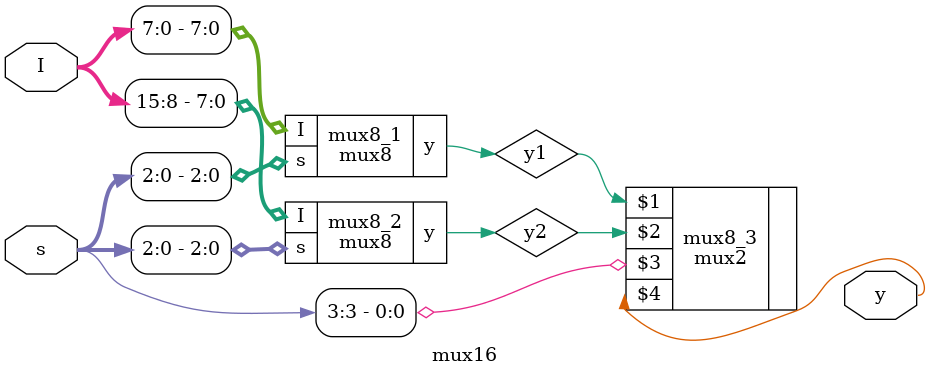
<source format=sv>
module mux4(

input logic [3:0] I, //4 input + 2 select line
input logic [1:0] s,
output logic y
);
logic y1,y2;

mux2 mux2_1(I[0],I[1],s[0],y1);
mux2 mux2_2(I[2],I[3],s[0],y2);
mux2 mux2_3(y1,y2,s[1],y);
endmodule



module mux8(

input logic [7:0] I,  //8 input + 3 select line
input logic [2:0] s,
output logic y
);
logic y1,y2;

mux4 mux4_1(I[3:0],s[1:0],y1);
mux4 mux4_2(I[7:4],s[1:0],y2);
mux2 mux4_3(y1,y2,s[2],y); //4x1 mux is also can be used
endmodule


module mux16(

input logic [15:0] I,  //16 input + 4 select line
input logic [3:0] s,
output logic y
);
logic y1,y2;

mux8 mux8_1(I[7:0],s[2:0],y1);
mux8 mux8_2(I[15:8],s[2:0],y2);
mux2 mux8_3(y1,y2,s[3],y); // 8x1 mux is also can be used
endmodule
</source>
